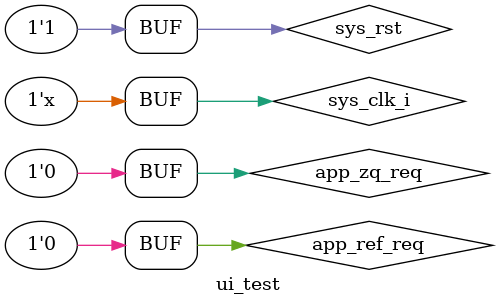
<source format=v>
`timescale 1ps / 1ps


module ui_test();

parameter PERIOD = 2500;

//vars for user interface instantiate
reg sys_clk_i,sys_rst;

reg [26:0] app_addr;
reg [2:0] app_cmd;
reg app_en;

reg [127:0] app_wdf_data;
reg app_wdf_end;
reg [15:0] app_wdf_mask;
reg app_wdf_wren;

wire [127:0] app_rd_data;
wire app_rd_data_end;
wire app_rd_data_valid;

wire app_rdy;
wire app_wdf_rdy;

reg app_ref_req;
wire app_ref_ack;
reg app_zq_req;
wire app_zq_ack;

wire ui_clk,ui_rst;
wire init_calib_complete;

user_interface u_ui_0(
    sys_clk_i,
    sys_rst,
    app_addr,
    app_cmd,
    app_en,

    app_wdf_data,
    app_wdf_end,
    app_wdf_mask,
    app_wdf_wren,

    app_rd_data,
    app_rd_data_end,
    app_rd_data_valid,

    app_rdy,
    app_wdf_rdy,
    app_ref_req,
    app_ref_ack,
    app_zq_req,
    app_zq_ack,

    ui_clk,
    ui_rst,
    init_calib_complete
);

//vars for test
reg writen,wr_req;

always begin
    #PERIOD;
    sys_clk_i = ~sys_clk_i;
end

always @(posedge ui_clk) begin
    if(init_calib_complete) begin
        if(~wr_req && app_wdf_rdy) begin
            app_en <= 1;
            app_addr <= 27'h000ff00;
            app_cmd <= 3'b000;
            app_wdf_data <= 128'hf0f0f0f0f0f0f0f0f0f0f0f0f0f0f0f0;
            app_wdf_mask <= 16'd0;
            app_wdf_wren <= #(PERIOD*6) 1;
            app_wdf_end <= #(PERIOD*6) 1;
            wr_req <= #(PERIOD*10) 1;
        end
        else begin
            if(wr_req && app_rdy)begin
                if(~writen) begin
                    if(app_wdf_rdy) begin
                        writen <= 1;
                    end
                end
                else begin
                    app_cmd <= 3'b001;
                end
            end
        end
    end
end

initial begin
    sys_rst = 0;
    sys_clk_i = 0;
    app_addr = 27'd0;
    app_cmd = 3'b001;
    app_en = 0;
    app_ref_req = 0;
    app_zq_req = 0;
    wr_req = 0;
    writen = 0;
    #(PERIOD*4);
    sys_rst = 1;
end


endmodule

</source>
